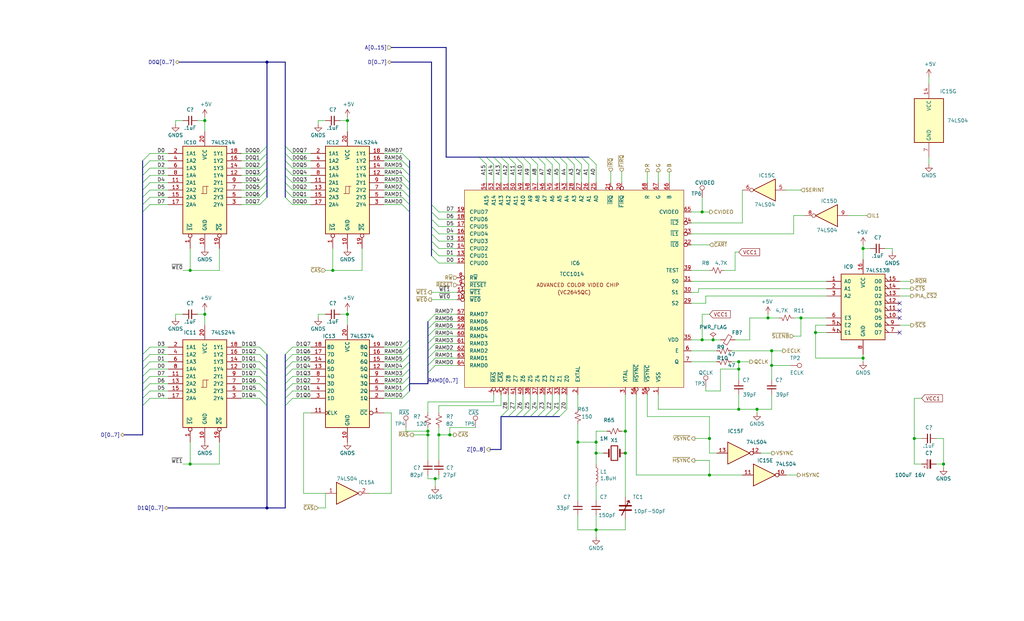
<source format=kicad_sch>
(kicad_sch (version 20230121) (generator eeschema)
  (paper "USLegal")
  (title_block (title "TRS-80 Color Computer 3 (26-3334)") (date "2023-11-04") (rev "1.0.2") (company "Tandy Corporation") (comment 2 "& Color Computer 3 Revised Schematic (Ty Sopko).pdf") (comment 3 "Based on  Color Computer 3 Service Manual (Tandy).pdf") (comment 4 "Kicad schematic capture by Rocky Hill"))
  (junction (at 327.66 161.29))
  (junction (at 283.21 115.57))
  (junction (at 66.04 93.98))
  (junction (at 266.7 110.49))
  (junction (at 243.84 118.11))
  (junction (at 71.12 109.22))
  (junction (at 115.57 93.98))
  (junction (at 246.38 152.4))
  (junction (at 217.17 157.48))
  (junction (at 207.01 184.15))
  (junction (at 243.84 73.66))
  (junction (at 92.71 21.59))
  (junction (at 207.01 157.48))
  (junction (at 246.38 165.1))
  (junction (at 262.89 142.24))
  (junction (at 267.97 121.92))
  (junction (at 120.65 41.91))
  (junction (at 71.12 41.91))
  (junction (at 148.59 149.86))
  (junction (at 207.01 153.67))
  (junction (at 156.21 151.13))
  (junction (at 151.13 166.37))
  (junction (at 256.54 125.73))
  (junction (at 152.4 151.13))
  (junction (at 299.72 124.46))
  (junction (at 200.66 153.67))
  (junction (at 217.17 149.86))
  (junction (at 256.54 128.27))
  (junction (at 92.71 176.53))
  (junction (at 317.5 152.4))
  (junction (at 148.59 151.13))
  (junction (at 299.72 86.36))
  (junction (at 247.65 118.11))
  (junction (at 66.04 161.29))
  (junction (at 267.97 127))
  (junction (at 256.54 142.24))
  (junction (at 120.65 109.22))
  (junction (at 278.13 110.49))
  (no_connect (at 312.42 107.95))
  (no_connect (at 312.42 105.41))
  (no_connect (at 312.42 110.49))
  (no_connect (at 312.42 115.57))
  (bus_entry (at 142.24 73.66) (size -2.54 -2.54))
  (bus_entry (at 101.6 120.65) (size -2.54 2.54))
  (bus_entry (at 151.13 109.22) (size -2.54 2.54))
  (bus_entry (at 199.39 57.15) (size -2.54 -2.54))
  (bus_entry (at 101.6 135.89) (size -2.54 2.54))
  (bus_entry (at 171.45 57.15) (size -2.54 -2.54))
  (bus_entry (at 52.07 58.42) (size -2.54 2.54))
  (bus_entry (at 151.13 116.84) (size -2.54 2.54))
  (bus_entry (at 152.4 78.74) (size -2.54 -2.54))
  (bus_entry (at 90.17 128.27) (size 2.54 2.54))
  (bus_entry (at 207.01 57.15) (size -2.54 -2.54))
  (bus_entry (at 204.47 57.15) (size -2.54 -2.54))
  (bus_entry (at 99.06 58.42) (size 2.54 2.54))
  (bus_entry (at 151.13 127) (size -2.54 2.54))
  (bus_entry (at 99.06 50.8) (size 2.54 2.54))
  (bus_entry (at 99.06 60.96) (size 2.54 2.54))
  (bus_entry (at 142.24 71.12) (size -2.54 -2.54))
  (bus_entry (at 152.4 81.28) (size -2.54 -2.54))
  (bus_entry (at 142.24 60.96) (size -2.54 -2.54))
  (bus_entry (at 142.24 63.5) (size -2.54 -2.54))
  (bus_entry (at 92.71 58.42) (size -2.54 2.54))
  (bus_entry (at 142.24 125.73) (size -2.54 2.54))
  (bus_entry (at 194.31 57.15) (size -2.54 -2.54))
  (bus_entry (at 194.31 142.24) (size -2.54 2.54))
  (bus_entry (at 142.24 58.42) (size -2.54 -2.54))
  (bus_entry (at 52.07 53.34) (size -2.54 2.54))
  (bus_entry (at 152.4 88.9) (size -2.54 -2.54))
  (bus_entry (at 173.99 57.15) (size -2.54 -2.54))
  (bus_entry (at 168.91 57.15) (size -2.54 -2.54))
  (bus_entry (at 142.24 120.65) (size -2.54 2.54))
  (bus_entry (at 52.07 138.43) (size -2.54 2.54))
  (bus_entry (at 101.6 123.19) (size -2.54 2.54))
  (bus_entry (at 191.77 57.15) (size -2.54 -2.54))
  (bus_entry (at 191.77 142.24) (size -2.54 2.54))
  (bus_entry (at 101.6 138.43) (size -2.54 2.54))
  (bus_entry (at 90.17 125.73) (size 2.54 2.54))
  (bus_entry (at 152.4 73.66) (size -2.54 -2.54))
  (bus_entry (at 201.93 57.15) (size -2.54 -2.54))
  (bus_entry (at 90.17 135.89) (size 2.54 2.54))
  (bus_entry (at 90.17 130.81) (size 2.54 2.54))
  (bus_entry (at 142.24 128.27) (size -2.54 2.54))
  (bus_entry (at 101.6 133.35) (size -2.54 2.54))
  (bus_entry (at 142.24 118.11) (size -2.54 2.54))
  (bus_entry (at 52.07 68.58) (size -2.54 2.54))
  (bus_entry (at 90.17 123.19) (size 2.54 2.54))
  (bus_entry (at 151.13 119.38) (size -2.54 2.54))
  (bus_entry (at 184.15 142.24) (size -2.54 2.54))
  (bus_entry (at 152.4 91.44) (size -2.54 -2.54))
  (bus_entry (at 152.4 83.82) (size -2.54 -2.54))
  (bus_entry (at 52.07 71.12) (size -2.54 2.54))
  (bus_entry (at 179.07 57.15) (size -2.54 -2.54))
  (bus_entry (at 92.71 60.96) (size -2.54 2.54))
  (bus_entry (at 101.6 130.81) (size -2.54 2.54))
  (bus_entry (at 92.71 50.8) (size -2.54 2.54))
  (bus_entry (at 99.06 53.34) (size 2.54 2.54))
  (bus_entry (at 92.71 53.34) (size -2.54 2.54))
  (bus_entry (at 184.15 57.15) (size -2.54 -2.54))
  (bus_entry (at 52.07 55.88) (size -2.54 2.54))
  (bus_entry (at 142.24 55.88) (size -2.54 -2.54))
  (bus_entry (at 142.24 133.35) (size -2.54 2.54))
  (bus_entry (at 142.24 66.04) (size -2.54 -2.54))
  (bus_entry (at 152.4 86.36) (size -2.54 -2.54))
  (bus_entry (at 179.07 142.24) (size -2.54 2.54))
  (bus_entry (at 181.61 57.15) (size -2.54 -2.54))
  (bus_entry (at 151.13 121.92) (size -2.54 2.54))
  (bus_entry (at 52.07 135.89) (size -2.54 2.54))
  (bus_entry (at 92.71 63.5) (size -2.54 2.54))
  (bus_entry (at 52.07 120.65) (size -2.54 2.54))
  (bus_entry (at 151.13 114.3) (size -2.54 2.54))
  (bus_entry (at 99.06 66.04) (size 2.54 2.54))
  (bus_entry (at 101.6 125.73) (size -2.54 2.54))
  (bus_entry (at 176.53 57.15) (size -2.54 -2.54))
  (bus_entry (at 142.24 123.19) (size -2.54 2.54))
  (bus_entry (at 189.23 142.24) (size -2.54 2.54))
  (bus_entry (at 142.24 135.89) (size -2.54 2.54))
  (bus_entry (at 52.07 130.81) (size -2.54 2.54))
  (bus_entry (at 92.71 55.88) (size -2.54 2.54))
  (bus_entry (at 142.24 130.81) (size -2.54 2.54))
  (bus_entry (at 152.4 76.2) (size -2.54 -2.54))
  (bus_entry (at 181.61 142.24) (size -2.54 2.54))
  (bus_entry (at 90.17 138.43) (size 2.54 2.54))
  (bus_entry (at 151.13 124.46) (size -2.54 2.54))
  (bus_entry (at 90.17 133.35) (size 2.54 2.54))
  (bus_entry (at 90.17 120.65) (size 2.54 2.54))
  (bus_entry (at 92.71 66.04) (size -2.54 2.54))
  (bus_entry (at 196.85 57.15) (size -2.54 -2.54))
  (bus_entry (at 99.06 63.5) (size 2.54 2.54))
  (bus_entry (at 101.6 128.27) (size -2.54 2.54))
  (bus_entry (at 52.07 63.5) (size -2.54 2.54))
  (bus_entry (at 142.24 68.58) (size -2.54 -2.54))
  (bus_entry (at 92.71 68.58) (size -2.54 2.54))
  (bus_entry (at 52.07 60.96) (size -2.54 2.54))
  (bus_entry (at 52.07 123.19) (size -2.54 2.54))
  (bus_entry (at 99.06 55.88) (size 2.54 2.54))
  (bus_entry (at 186.69 57.15) (size -2.54 -2.54))
  (bus_entry (at 52.07 66.04) (size -2.54 2.54))
  (bus_entry (at 189.23 57.15) (size -2.54 -2.54))
  (bus_entry (at 151.13 111.76) (size -2.54 2.54))
  (bus_entry (at 99.06 68.58) (size 2.54 2.54))
  (bus_entry (at 52.07 133.35) (size -2.54 2.54))
  (bus_entry (at 176.53 142.24) (size -2.54 2.54))
  (bus_entry (at 186.69 142.24) (size -2.54 2.54))
  (bus_entry (at 196.85 142.24) (size -2.54 2.54))
  (bus_entry (at 52.07 125.73) (size -2.54 2.54))
  (bus_entry (at 52.07 128.27) (size -2.54 2.54))
  (wire (pts (xy 90.17 125.73) (xy 83.82 125.73)))
  (bus (pts (xy 49.53 60.96) (xy 49.53 63.5)))
  (bus (pts (xy 149.86 76.2) (xy 149.86 78.74)))
  (wire (pts (xy 240.03 101.6) (xy 242.57 101.6)))
  (wire (pts (xy 270.51 110.49) (xy 266.7 110.49)))
  (bus (pts (xy 142.24 123.19) (xy 142.24 125.73)))
  (wire (pts (xy 139.7 133.35) (xy 133.35 133.35)))
  (wire (pts (xy 224.79 59.69) (xy 224.79 63.5)))
  (wire (pts (xy 101.6 58.42) (xy 107.95 58.42)))
  (wire (pts (xy 275.59 74.93) (xy 275.59 81.28)))
  (bus (pts (xy 99.06 55.88) (xy 99.06 58.42)))
  (wire (pts (xy 320.04 138.43) (xy 317.5 138.43)))
  (bus (pts (xy 142.24 125.73) (xy 142.24 128.27)))
  (wire (pts (xy 148.59 166.37) (xy 151.13 166.37)))
  (wire (pts (xy 148.59 151.13) (xy 148.59 160.02)))
  (bus (pts (xy 49.53 138.43) (xy 49.53 140.97)))
  (wire (pts (xy 101.6 55.88) (xy 107.95 55.88)))
  (wire (pts (xy 58.42 128.27) (xy 52.07 128.27)))
  (wire (pts (xy 245.11 102.87) (xy 287.02 102.87)))
  (wire (pts (xy 139.7 138.43) (xy 133.35 138.43)))
  (wire (pts (xy 151.13 114.3) (xy 158.75 114.3)))
  (bus (pts (xy 176.53 144.78) (xy 179.07 144.78)))
  (bus (pts (xy 99.06 66.04) (xy 99.06 68.58)))
  (wire (pts (xy 158.75 88.9) (xy 152.4 88.9)))
  (wire (pts (xy 139.7 63.5) (xy 133.35 63.5)))
  (bus (pts (xy 148.59 116.84) (xy 148.59 119.38)))
  (wire (pts (xy 194.31 142.24) (xy 194.31 137.16)))
  (wire (pts (xy 139.7 55.88) (xy 133.35 55.88)))
  (wire (pts (xy 199.39 57.15) (xy 199.39 63.5)))
  (bus (pts (xy 99.06 128.27) (xy 99.06 130.81)))
  (wire (pts (xy 101.6 135.89) (xy 107.95 135.89)))
  (wire (pts (xy 52.07 135.89) (xy 58.42 135.89)))
  (wire (pts (xy 243.84 118.11) (xy 240.03 118.11)))
  (bus (pts (xy 142.24 63.5) (xy 142.24 66.04)))
  (wire (pts (xy 224.79 137.16) (xy 224.79 144.78)))
  (wire (pts (xy 139.7 60.96) (xy 133.35 60.96)))
  (wire (pts (xy 101.6 71.12) (xy 107.95 71.12)))
  (wire (pts (xy 120.65 40.64) (xy 120.65 41.91)))
  (bus (pts (xy 171.45 54.61) (xy 173.99 54.61)))
  (wire (pts (xy 200.66 153.67) (xy 200.66 173.99)))
  (bus (pts (xy 49.53 151.13) (xy 43.18 151.13)))
  (wire (pts (xy 71.12 107.95) (xy 71.12 109.22)))
  (bus (pts (xy 92.71 63.5) (xy 92.71 66.04)))
  (bus (pts (xy 92.71 60.96) (xy 92.71 63.5)))
  (wire (pts (xy 240.03 121.92) (xy 248.92 121.92)))
  (wire (pts (xy 52.07 130.81) (xy 58.42 130.81)))
  (wire (pts (xy 176.53 137.16) (xy 176.53 142.24)))
  (wire (pts (xy 246.38 93.98) (xy 240.03 93.98)))
  (wire (pts (xy 316.23 113.03) (xy 312.42 113.03)))
  (wire (pts (xy 267.97 142.24) (xy 262.89 142.24)))
  (bus (pts (xy 179.07 54.61) (xy 181.61 54.61)))
  (wire (pts (xy 279.4 74.93) (xy 275.59 74.93)))
  (wire (pts (xy 152.4 140.97) (xy 152.4 143.51)))
  (bus (pts (xy 148.59 114.3) (xy 148.59 116.84)))
  (wire (pts (xy 101.6 63.5) (xy 107.95 63.5)))
  (wire (pts (xy 140.97 148.59) (xy 140.97 149.86)))
  (wire (pts (xy 207.01 179.07) (xy 207.01 184.15)))
  (wire (pts (xy 148.59 149.86) (xy 148.59 151.13)))
  (wire (pts (xy 151.13 121.92) (xy 158.75 121.92)))
  (wire (pts (xy 260.35 125.73) (xy 256.54 125.73)))
  (bus (pts (xy 49.53 128.27) (xy 49.53 130.81)))
  (wire (pts (xy 66.04 161.29) (xy 76.2 161.29)))
  (wire (pts (xy 101.6 53.34) (xy 107.95 53.34)))
  (wire (pts (xy 189.23 142.24) (xy 189.23 137.16)))
  (bus (pts (xy 99.06 133.35) (xy 99.06 135.89)))
  (wire (pts (xy 152.4 165.1) (xy 152.4 166.37)))
  (bus (pts (xy 92.71 128.27) (xy 92.71 130.81)))
  (wire (pts (xy 207.01 63.5) (xy 207.01 57.15)))
  (wire (pts (xy 196.85 63.5) (xy 196.85 57.15)))
  (wire (pts (xy 246.38 160.02) (xy 246.38 165.1)))
  (wire (pts (xy 110.49 109.22) (xy 110.49 110.49)))
  (wire (pts (xy 90.17 130.81) (xy 83.82 130.81)))
  (wire (pts (xy 66.04 86.36) (xy 66.04 93.98)))
  (wire (pts (xy 181.61 137.16) (xy 181.61 142.24)))
  (wire (pts (xy 66.04 93.98) (xy 76.2 93.98)))
  (wire (pts (xy 76.2 93.98) (xy 76.2 86.36)))
  (wire (pts (xy 66.04 153.67) (xy 66.04 161.29)))
  (wire (pts (xy 260.35 110.49) (xy 260.35 118.11)))
  (bus (pts (xy 49.53 130.81) (xy 49.53 133.35)))
  (bus (pts (xy 173.99 144.78) (xy 173.99 156.21)))
  (wire (pts (xy 120.65 113.03) (xy 120.65 109.22)))
  (wire (pts (xy 256.54 137.16) (xy 256.54 142.24)))
  (wire (pts (xy 120.65 109.22) (xy 118.11 109.22)))
  (bus (pts (xy 179.07 144.78) (xy 181.61 144.78)))
  (bus (pts (xy 166.37 54.61) (xy 168.91 54.61)))
  (wire (pts (xy 287.02 97.79) (xy 240.03 97.79)))
  (wire (pts (xy 76.2 161.29) (xy 76.2 153.67)))
  (bus (pts (xy 142.24 128.27) (xy 142.24 130.81)))
  (wire (pts (xy 101.6 68.58) (xy 107.95 68.58)))
  (bus (pts (xy 92.71 53.34) (xy 92.71 55.88)))
  (wire (pts (xy 217.17 157.48) (xy 217.17 172.72)))
  (wire (pts (xy 143.51 151.13) (xy 148.59 151.13)))
  (wire (pts (xy 275.59 81.28) (xy 240.03 81.28)))
  (wire (pts (xy 90.17 128.27) (xy 83.82 128.27)))
  (wire (pts (xy 139.7 58.42) (xy 133.35 58.42)))
  (bus (pts (xy 196.85 54.61) (xy 199.39 54.61)))
  (wire (pts (xy 241.3 152.4) (xy 246.38 152.4)))
  (wire (pts (xy 294.64 74.93) (xy 300.99 74.93)))
  (wire (pts (xy 299.72 85.09) (xy 299.72 86.36)))
  (wire (pts (xy 173.99 57.15) (xy 173.99 63.5)))
  (wire (pts (xy 101.6 128.27) (xy 107.95 128.27)))
  (bus (pts (xy 191.77 54.61) (xy 194.31 54.61)))
  (bus (pts (xy 189.23 54.61) (xy 191.77 54.61)))
  (bus (pts (xy 92.71 123.19) (xy 92.71 125.73)))
  (wire (pts (xy 287.02 110.49) (xy 278.13 110.49)))
  (bus (pts (xy 173.99 156.21) (xy 170.18 156.21)))
  (wire (pts (xy 168.91 57.15) (xy 168.91 63.5)))
  (wire (pts (xy 151.13 166.37) (xy 151.13 168.91)))
  (bus (pts (xy 186.69 144.78) (xy 189.23 144.78)))
  (wire (pts (xy 156.21 148.59) (xy 156.21 151.13)))
  (wire (pts (xy 207.01 157.48) (xy 209.55 157.48)))
  (wire (pts (xy 63.5 93.98) (xy 66.04 93.98)))
  (wire (pts (xy 113.03 93.98) (xy 115.57 93.98)))
  (wire (pts (xy 299.72 86.36) (xy 302.26 86.36)))
  (wire (pts (xy 173.99 140.97) (xy 152.4 140.97)))
  (bus (pts (xy 99.06 63.5) (xy 99.06 66.04)))
  (bus (pts (xy 148.59 121.92) (xy 148.59 124.46)))
  (bus (pts (xy 99.06 130.81) (xy 99.06 133.35)))
  (wire (pts (xy 327.66 152.4) (xy 327.66 161.29)))
  (wire (pts (xy 210.82 149.86) (xy 207.01 149.86)))
  (wire (pts (xy 278.13 66.04) (xy 273.05 66.04)))
  (wire (pts (xy 299.72 123.19) (xy 299.72 124.46)))
  (wire (pts (xy 184.15 142.24) (xy 184.15 137.16)))
  (wire (pts (xy 325.12 152.4) (xy 327.66 152.4)))
  (wire (pts (xy 283.21 113.03) (xy 283.21 115.57)))
  (wire (pts (xy 287.02 113.03) (xy 283.21 113.03)))
  (wire (pts (xy 90.17 123.19) (xy 83.82 123.19)))
  (bus (pts (xy 148.59 129.54) (xy 148.59 133.35)))
  (wire (pts (xy 243.84 73.66) (xy 246.38 73.66)))
  (wire (pts (xy 149.86 101.6) (xy 158.75 101.6)))
  (wire (pts (xy 58.42 60.96) (xy 52.07 60.96)))
  (wire (pts (xy 151.13 111.76) (xy 158.75 111.76)))
  (bus (pts (xy 92.71 176.53) (xy 58.42 176.53)))
  (wire (pts (xy 63.5 41.91) (xy 60.96 41.91)))
  (wire (pts (xy 254 125.73) (xy 256.54 125.73)))
  (wire (pts (xy 243.84 109.22) (xy 243.84 118.11)))
  (bus (pts (xy 154.94 54.61) (xy 166.37 54.61)))
  (wire (pts (xy 101.6 123.19) (xy 107.95 123.19)))
  (bus (pts (xy 181.61 144.78) (xy 184.15 144.78)))
  (wire (pts (xy 90.17 53.34) (xy 83.82 53.34)))
  (wire (pts (xy 179.07 142.24) (xy 179.07 137.16)))
  (wire (pts (xy 267.97 121.92) (xy 267.97 127)))
  (wire (pts (xy 60.96 41.91) (xy 60.96 43.18)))
  (wire (pts (xy 242.57 101.6) (xy 242.57 100.33)))
  (wire (pts (xy 139.7 68.58) (xy 133.35 68.58)))
  (wire (pts (xy 246.38 165.1) (xy 257.81 165.1)))
  (wire (pts (xy 262.89 142.24) (xy 262.89 143.51)))
  (bus (pts (xy 199.39 54.61) (xy 201.93 54.61)))
  (wire (pts (xy 267.97 137.16) (xy 267.97 142.24)))
  (wire (pts (xy 71.12 41.91) (xy 68.58 41.91)))
  (wire (pts (xy 151.13 124.46) (xy 158.75 124.46)))
  (bus (pts (xy 194.31 54.61) (xy 196.85 54.61)))
  (wire (pts (xy 228.6 137.16) (xy 228.6 142.24)))
  (wire (pts (xy 246.38 157.48) (xy 248.92 157.48)))
  (wire (pts (xy 115.57 93.98) (xy 125.73 93.98)))
  (bus (pts (xy 148.59 133.35) (xy 142.24 133.35)))
  (wire (pts (xy 245.11 135.89) (xy 250.19 135.89)))
  (bus (pts (xy 99.06 21.59) (xy 92.71 21.59)))
  (wire (pts (xy 283.21 124.46) (xy 299.72 124.46)))
  (wire (pts (xy 245.11 134.62) (xy 245.11 135.89)))
  (wire (pts (xy 207.01 168.91) (xy 207.01 173.99)))
  (wire (pts (xy 247.65 118.11) (xy 243.84 118.11)))
  (bus (pts (xy 49.53 71.12) (xy 49.53 73.66)))
  (wire (pts (xy 240.03 77.47) (xy 257.81 77.47)))
  (wire (pts (xy 135.89 143.51) (xy 135.89 171.45)))
  (wire (pts (xy 220.98 165.1) (xy 246.38 165.1)))
  (wire (pts (xy 133.35 143.51) (xy 135.89 143.51)))
  (wire (pts (xy 171.45 63.5) (xy 171.45 57.15)))
  (wire (pts (xy 152.4 151.13) (xy 152.4 160.02)))
  (wire (pts (xy 245.11 105.41) (xy 245.11 102.87)))
  (wire (pts (xy 173.99 137.16) (xy 173.99 140.97)))
  (bus (pts (xy 49.53 55.88) (xy 49.53 58.42)))
  (wire (pts (xy 101.6 125.73) (xy 107.95 125.73)))
  (wire (pts (xy 171.45 139.7) (xy 148.59 139.7)))
  (wire (pts (xy 275.59 116.84) (xy 278.13 116.84)))
  (bus (pts (xy 99.06 50.8) (xy 99.06 53.34)))
  (wire (pts (xy 243.84 68.58) (xy 243.84 73.66)))
  (wire (pts (xy 278.13 110.49) (xy 275.59 110.49)))
  (bus (pts (xy 135.89 16.51) (xy 154.94 16.51)))
  (bus (pts (xy 149.86 78.74) (xy 149.86 81.28)))
  (wire (pts (xy 242.57 100.33) (xy 287.02 100.33)))
  (wire (pts (xy 256.54 128.27) (xy 256.54 132.08)))
  (wire (pts (xy 325.12 161.29) (xy 327.66 161.29)))
  (wire (pts (xy 105.41 143.51) (xy 105.41 171.45)))
  (wire (pts (xy 105.41 171.45) (xy 113.03 171.45)))
  (bus (pts (xy 142.24 58.42) (xy 142.24 60.96)))
  (wire (pts (xy 113.03 41.91) (xy 110.49 41.91)))
  (wire (pts (xy 217.17 184.15) (xy 207.01 184.15)))
  (bus (pts (xy 142.24 133.35) (xy 142.24 135.89)))
  (wire (pts (xy 151.13 119.38) (xy 158.75 119.38)))
  (wire (pts (xy 125.73 86.36) (xy 125.73 93.98)))
  (wire (pts (xy 246.38 152.4) (xy 246.38 157.48)))
  (wire (pts (xy 120.65 107.95) (xy 120.65 109.22)))
  (wire (pts (xy 52.07 63.5) (xy 58.42 63.5)))
  (wire (pts (xy 191.77 137.16) (xy 191.77 142.24)))
  (wire (pts (xy 58.42 123.19) (xy 52.07 123.19)))
  (wire (pts (xy 139.7 130.81) (xy 133.35 130.81)))
  (bus (pts (xy 99.06 140.97) (xy 99.06 176.53)))
  (wire (pts (xy 101.6 133.35) (xy 107.95 133.35)))
  (wire (pts (xy 107.95 143.51) (xy 105.41 143.51)))
  (wire (pts (xy 101.6 130.81) (xy 107.95 130.81)))
  (wire (pts (xy 307.34 86.36) (xy 309.88 86.36)))
  (wire (pts (xy 256.54 142.24) (xy 262.89 142.24)))
  (wire (pts (xy 240.03 105.41) (xy 245.11 105.41)))
  (bus (pts (xy 142.24 68.58) (xy 142.24 71.12)))
  (wire (pts (xy 52.07 58.42) (xy 58.42 58.42)))
  (bus (pts (xy 92.71 21.59) (xy 92.71 50.8)))
  (wire (pts (xy 152.4 81.28) (xy 158.75 81.28)))
  (wire (pts (xy 63.5 161.29) (xy 66.04 161.29)))
  (bus (pts (xy 149.86 81.28) (xy 149.86 83.82)))
  (wire (pts (xy 327.66 161.29) (xy 327.66 162.56)))
  (wire (pts (xy 215.9 59.69) (xy 215.9 63.5)))
  (wire (pts (xy 309.88 86.36) (xy 309.88 87.63)))
  (wire (pts (xy 179.07 57.15) (xy 179.07 63.5)))
  (wire (pts (xy 139.7 128.27) (xy 133.35 128.27)))
  (bus (pts (xy 154.94 16.51) (xy 154.94 54.61)))
  (bus (pts (xy 92.71 66.04) (xy 92.71 68.58)))
  (wire (pts (xy 316.23 97.79) (xy 312.42 97.79)))
  (wire (pts (xy 71.12 109.22) (xy 68.58 109.22)))
  (bus (pts (xy 142.24 118.11) (xy 142.24 120.65)))
  (wire (pts (xy 156.21 151.13) (xy 152.4 151.13)))
  (wire (pts (xy 278.13 116.84) (xy 278.13 110.49)))
  (bus (pts (xy 92.71 50.8) (xy 92.71 53.34)))
  (wire (pts (xy 255.27 87.63) (xy 256.54 87.63)))
  (wire (pts (xy 299.72 90.17) (xy 299.72 86.36)))
  (wire (pts (xy 135.89 171.45) (xy 128.27 171.45)))
  (bus (pts (xy 148.59 119.38) (xy 148.59 121.92)))
  (wire (pts (xy 264.16 157.48) (xy 267.97 157.48)))
  (wire (pts (xy 90.17 55.88) (xy 83.82 55.88)))
  (bus (pts (xy 148.59 127) (xy 148.59 129.54)))
  (bus (pts (xy 142.24 120.65) (xy 142.24 123.19)))
  (wire (pts (xy 90.17 71.12) (xy 83.82 71.12)))
  (wire (pts (xy 165.1 148.59) (xy 156.21 148.59)))
  (wire (pts (xy 250.19 128.27) (xy 256.54 128.27)))
  (wire (pts (xy 52.07 68.58) (xy 58.42 68.58)))
  (wire (pts (xy 71.12 45.72) (xy 71.12 41.91)))
  (wire (pts (xy 246.38 144.78) (xy 246.38 152.4)))
  (wire (pts (xy 212.09 59.69) (xy 212.09 63.5)))
  (wire (pts (xy 224.79 144.78) (xy 246.38 144.78)))
  (wire (pts (xy 139.7 71.12) (xy 133.35 71.12)))
  (wire (pts (xy 250.19 135.89) (xy 250.19 128.27)))
  (wire (pts (xy 317.5 138.43) (xy 317.5 152.4)))
  (bus (pts (xy 49.53 123.19) (xy 49.53 125.73)))
  (wire (pts (xy 207.01 153.67) (xy 207.01 157.48)))
  (wire (pts (xy 90.17 68.58) (xy 83.82 68.58)))
  (wire (pts (xy 266.7 110.49) (xy 266.7 109.22)))
  (bus (pts (xy 173.99 144.78) (xy 176.53 144.78)))
  (wire (pts (xy 217.17 180.34) (xy 217.17 184.15)))
  (wire (pts (xy 240.03 73.66) (xy 243.84 73.66)))
  (wire (pts (xy 196.85 137.16) (xy 196.85 142.24)))
  (wire (pts (xy 322.58 54.61) (xy 322.58 57.15)))
  (wire (pts (xy 71.12 113.03) (xy 71.12 109.22)))
  (wire (pts (xy 63.5 109.22) (xy 60.96 109.22)))
  (bus (pts (xy 149.86 86.36) (xy 149.86 88.9)))
  (wire (pts (xy 251.46 93.98) (xy 255.27 93.98)))
  (bus (pts (xy 149.86 21.59) (xy 149.86 71.12)))
  (bus (pts (xy 92.71 133.35) (xy 92.71 135.89)))
  (wire (pts (xy 287.02 115.57) (xy 283.21 115.57)))
  (bus (pts (xy 49.53 125.73) (xy 49.53 128.27)))
  (bus (pts (xy 92.71 55.88) (xy 92.71 58.42)))
  (wire (pts (xy 271.78 121.92) (xy 267.97 121.92)))
  (wire (pts (xy 110.49 41.91) (xy 110.49 43.18)))
  (bus (pts (xy 149.86 71.12) (xy 149.86 73.66)))
  (bus (pts (xy 49.53 58.42) (xy 49.53 60.96)))
  (wire (pts (xy 151.13 127) (xy 158.75 127)))
  (wire (pts (xy 228.6 142.24) (xy 256.54 142.24)))
  (wire (pts (xy 71.12 40.64) (xy 71.12 41.91)))
  (wire (pts (xy 276.86 165.1) (xy 273.05 165.1)))
  (wire (pts (xy 181.61 63.5) (xy 181.61 57.15)))
  (bus (pts (xy 99.06 125.73) (xy 99.06 128.27)))
  (wire (pts (xy 232.41 59.69) (xy 232.41 63.5)))
  (wire (pts (xy 171.45 137.16) (xy 171.45 139.7)))
  (wire (pts (xy 152.4 148.59) (xy 152.4 151.13)))
  (bus (pts (xy 142.24 60.96) (xy 142.24 63.5)))
  (wire (pts (xy 139.7 53.34) (xy 133.35 53.34)))
  (wire (pts (xy 322.58 26.67) (xy 322.58 29.21)))
  (wire (pts (xy 139.7 123.19) (xy 133.35 123.19)))
  (bus (pts (xy 184.15 54.61) (xy 186.69 54.61)))
  (wire (pts (xy 90.17 133.35) (xy 83.82 133.35)))
  (wire (pts (xy 240.03 125.73) (xy 248.92 125.73)))
  (wire (pts (xy 139.7 120.65) (xy 133.35 120.65)))
  (wire (pts (xy 254 121.92) (xy 267.97 121.92)))
  (bus (pts (xy 49.53 63.5) (xy 49.53 66.04)))
  (wire (pts (xy 200.66 153.67) (xy 207.01 153.67)))
  (wire (pts (xy 191.77 63.5) (xy 191.77 57.15)))
  (wire (pts (xy 113.03 109.22) (xy 110.49 109.22)))
  (wire (pts (xy 158.75 73.66) (xy 152.4 73.66)))
  (wire (pts (xy 186.69 63.5) (xy 186.69 57.15)))
  (wire (pts (xy 90.17 58.42) (xy 83.82 58.42)))
  (wire (pts (xy 189.23 57.15) (xy 189.23 63.5)))
  (wire (pts (xy 139.7 125.73) (xy 133.35 125.73)))
  (wire (pts (xy 200.66 142.24) (xy 200.66 137.16)))
  (bus (pts (xy 142.24 130.81) (xy 142.24 133.35)))
  (wire (pts (xy 139.7 135.89) (xy 133.35 135.89)))
  (bus (pts (xy 149.86 83.82) (xy 149.86 86.36)))
  (bus (pts (xy 148.59 124.46) (xy 148.59 127)))
  (wire (pts (xy 90.17 135.89) (xy 83.82 135.89)))
  (bus (pts (xy 99.06 58.42) (xy 99.06 60.96)))
  (wire (pts (xy 220.98 137.16) (xy 220.98 165.1)))
  (wire (pts (xy 90.17 120.65) (xy 83.82 120.65)))
  (bus (pts (xy 149.86 73.66) (xy 149.86 76.2)))
  (wire (pts (xy 256.54 125.73) (xy 256.54 128.27)))
  (wire (pts (xy 148.59 139.7) (xy 148.59 143.51)))
  (wire (pts (xy 148.59 148.59) (xy 148.59 149.86)))
  (wire (pts (xy 113.03 176.53) (xy 113.03 171.45)))
  (wire (pts (xy 140.97 149.86) (xy 148.59 149.86)))
  (wire (pts (xy 316.23 100.33) (xy 312.42 100.33)))
  (wire (pts (xy 60.96 109.22) (xy 60.96 110.49)))
  (wire (pts (xy 90.17 66.04) (xy 83.82 66.04)))
  (wire (pts (xy 52.07 125.73) (xy 58.42 125.73)))
  (bus (pts (xy 189.23 144.78) (xy 191.77 144.78)))
  (bus (pts (xy 92.71 21.59) (xy 62.23 21.59)))
  (wire (pts (xy 152.4 86.36) (xy 158.75 86.36)))
  (wire (pts (xy 184.15 57.15) (xy 184.15 63.5)))
  (wire (pts (xy 176.53 63.5) (xy 176.53 57.15)))
  (wire (pts (xy 241.3 160.02) (xy 246.38 160.02)))
  (wire (pts (xy 158.75 78.74) (xy 152.4 78.74)))
  (wire (pts (xy 299.72 124.46) (xy 299.72 125.73)))
  (bus (pts (xy 49.53 135.89) (xy 49.53 138.43)))
  (wire (pts (xy 151.13 109.22) (xy 158.75 109.22)))
  (wire (pts (xy 283.21 115.57) (xy 283.21 124.46)))
  (wire (pts (xy 101.6 66.04) (xy 107.95 66.04)))
  (wire (pts (xy 260.35 118.11) (xy 255.27 118.11)))
  (wire (pts (xy 317.5 161.29) (xy 317.5 152.4)))
  (wire (pts (xy 115.57 86.36) (xy 115.57 93.98)))
  (wire (pts (xy 158.75 83.82) (xy 152.4 83.82)))
  (wire (pts (xy 217.17 137.16) (xy 217.17 149.86)))
  (wire (pts (xy 207.01 184.15) (xy 207.01 186.69)))
  (wire (pts (xy 207.01 161.29) (xy 207.01 157.48)))
  (wire (pts (xy 90.17 138.43) (xy 83.82 138.43)))
  (wire (pts (xy 58.42 133.35) (xy 52.07 133.35)))
  (wire (pts (xy 52.07 120.65) (xy 58.42 120.65)))
  (wire (pts (xy 207.01 149.86) (xy 207.01 153.67)))
  (wire (pts (xy 217.17 149.86) (xy 215.9 149.86)))
  (wire (pts (xy 320.04 161.29) (xy 317.5 161.29)))
  (wire (pts (xy 267.97 127) (xy 267.97 132.08)))
  (bus (pts (xy 92.71 58.42) (xy 92.71 60.96)))
  (wire (pts (xy 200.66 147.32) (xy 200.66 153.67)))
  (wire (pts (xy 120.65 41.91) (xy 118.11 41.91)))
  (wire (pts (xy 149.86 104.14) (xy 158.75 104.14)))
  (wire (pts (xy 148.59 165.1) (xy 148.59 166.37)))
  (wire (pts (xy 246.38 109.22) (xy 243.84 109.22)))
  (wire (pts (xy 201.93 63.5) (xy 201.93 57.15)))
  (wire (pts (xy 90.17 63.5) (xy 83.82 63.5)))
  (wire (pts (xy 139.7 66.04) (xy 133.35 66.04)))
  (bus (pts (xy 49.53 133.35) (xy 49.53 135.89)))
  (bus (pts (xy 99.06 123.19) (xy 99.06 125.73)))
  (bus (pts (xy 92.71 125.73) (xy 92.71 128.27)))
  (wire (pts (xy 266.7 110.49) (xy 260.35 110.49)))
  (bus (pts (xy 184.15 144.78) (xy 186.69 144.78)))
  (bus (pts (xy 92.71 135.89) (xy 92.71 138.43)))
  (bus (pts (xy 92.71 130.81) (xy 92.71 133.35)))
  (bus (pts (xy 142.24 71.12) (xy 142.24 73.66)))
  (bus (pts (xy 92.71 138.43) (xy 92.71 140.97)))
  (bus (pts (xy 181.61 54.61) (xy 184.15 54.61)))
  (bus (pts (xy 92.71 140.97) (xy 92.71 176.53)))
  (wire (pts (xy 204.47 57.15) (xy 204.47 63.5)))
  (wire (pts (xy 152.4 76.2) (xy 158.75 76.2)))
  (wire (pts (xy 217.17 149.86) (xy 217.17 157.48)))
  (bus (pts (xy 173.99 54.61) (xy 176.53 54.61)))
  (wire (pts (xy 58.42 138.43) (xy 52.07 138.43)))
  (bus (pts (xy 186.69 54.61) (xy 189.23 54.61)))
  (wire (pts (xy 152.4 166.37) (xy 151.13 166.37)))
  (wire (pts (xy 228.6 63.5) (xy 228.6 59.69)))
  (wire (pts (xy 101.6 138.43) (xy 107.95 138.43)))
  (bus (pts (xy 99.06 176.53) (xy 92.71 176.53)))
  (wire (pts (xy 151.13 116.84) (xy 158.75 116.84)))
  (wire (pts (xy 52.07 53.34) (xy 58.42 53.34)))
  (wire (pts (xy 90.17 60.96) (xy 83.82 60.96)))
  (wire (pts (xy 257.81 66.04) (xy 257.81 77.47)))
  (wire (pts (xy 186.69 137.16) (xy 186.69 142.24)))
  (bus (pts (xy 49.53 68.58) (xy 49.53 71.12)))
  (bus (pts (xy 99.06 21.59) (xy 99.06 50.8)))
  (bus (pts (xy 99.06 53.34) (xy 99.06 55.88)))
  (bus (pts (xy 49.53 66.04) (xy 49.53 68.58)))
  (bus (pts (xy 99.06 135.89) (xy 99.06 138.43)))
  (wire (pts (xy 250.19 118.11) (xy 247.65 118.11)))
  (wire (pts (xy 110.49 176.53) (xy 113.03 176.53)))
  (bus (pts (xy 149.86 21.59) (xy 135.89 21.59)))
  (wire (pts (xy 101.6 60.96) (xy 107.95 60.96)))
  (wire (pts (xy 274.32 127) (xy 267.97 127)))
  (bus (pts (xy 201.93 54.61) (xy 204.47 54.61)))
  (wire (pts (xy 58.42 66.04) (xy 52.07 66.04)))
  (bus (pts (xy 142.24 73.66) (xy 142.24 118.11)))
  (wire (pts (xy 312.42 102.87) (xy 316.23 102.87)))
  (wire (pts (xy 157.48 151.13) (xy 156.21 151.13)))
  (wire (pts (xy 58.42 55.88) (xy 52.07 55.88)))
  (wire (pts (xy 194.31 57.15) (xy 194.31 63.5)))
  (bus (pts (xy 191.77 144.78) (xy 194.31 144.78)))
  (bus (pts (xy 176.53 54.61) (xy 179.07 54.61)))
  (bus (pts (xy 49.53 140.97) (xy 49.53 151.13)))
  (bus (pts (xy 168.91 54.61) (xy 171.45 54.61)))
  (bus (pts (xy 142.24 55.88) (xy 142.24 58.42)))
  (wire (pts (xy 200.66 184.15) (xy 207.01 184.15)))
  (bus (pts (xy 148.59 111.76) (xy 148.59 114.3)))
  (wire (pts (xy 320.04 152.4) (xy 317.5 152.4)))
  (wire (pts (xy 200.66 179.07) (xy 200.66 184.15)))
  (wire (pts (xy 101.6 120.65) (xy 107.95 120.65)))
  (wire (pts (xy 152.4 91.44) (xy 158.75 91.44)))
  (wire (pts (xy 255.27 87.63) (xy 255.27 93.98)))
  (bus (pts (xy 49.53 73.66) (xy 49.53 123.19)))
  (bus (pts (xy 99.06 138.43) (xy 99.06 140.97)))
  (wire (pts (xy 58.42 71.12) (xy 52.07 71.12)))
  (wire (pts (xy 240.03 85.09) (xy 246.38 85.09)))
  (bus (pts (xy 99.06 60.96) (xy 99.06 63.5)))
  (bus (pts (xy 142.24 66.04) (xy 142.24 68.58)))
  (wire (pts (xy 120.65 45.72) (xy 120.65 41.91)))
  (label "D1Q4" (at 83.82 138.43 0))
  (label "D2" (at 54.61 123.19 0))
  (label "RAMD0" (at 133.35 138.43 0))
  (label "Z1" (at 194.31 142.24 90))
  (label "D1Q5" (at 83.82 135.89 0))
  (label "~{WE1}" (at 152.4 101.6 0))
  (label "RAMD6" (at 133.35 55.88 0))
  (label "RAMD3" (at 157.48 119.38 180))
  (label "RAMD4" (at 133.35 60.96 0))
  (label "RAMD5" (at 133.35 58.42 0))
  (label "D1" (at 54.61 125.73 0))
  (label "~{WE0}" (at 152.4 104.14 0))
  (label "RAMD3" (at 133.35 130.81 0))
  (label "D7" (at 54.61 71.12 0))
  (label "D0Q3" (at 106.68 63.5 180))
  (label "A12" (at 176.53 60.96 90))
  (label "D0Q6" (at 106.68 55.88 180))
  (label "RAMD0" (at 157.48 127 180))
  (label "A6" (at 191.77 60.96 90))
  (label "D0Q0" (at 85.09 53.34 0))
  (label "Z2" (at 191.77 142.24 90))
  (label "D1Q1" (at 83.82 125.73 0))
  (label "Z6" (at 181.61 142.24 90))
  (label "RAMD6" (at 133.35 123.19 0))
  (label "Z7" (at 179.07 142.24 90))
  (label "RAMD2" (at 133.35 133.35 0))
  (label "A3" (at 199.39 60.96 90))
  (label "A1" (at 204.47 60.96 90))
  (label "D0Q5" (at 85.09 66.04 0))
  (label "RAMD3" (at 133.35 63.5 0))
  (label "D1Q4" (at 107.95 128.27 180))
  (label "RAMD0" (at 133.35 71.12 0))
  (label "A13" (at 173.99 60.96 90))
  (label "D0Q4" (at 106.68 60.96 180))
  (label "D3" (at 54.61 60.96 0))
  (label "~{WE0}" (at 63.5 93.98 180))
  (label "D4" (at 154.94 81.28 0))
  (label "D6" (at 54.61 133.35 0))
  (label "D0Q6" (at 85.09 68.58 0))
  (label "D1Q6" (at 83.82 133.35 0))
  (label "A14" (at 171.45 60.96 90))
  (label "A0" (at 207.01 60.96 90))
  (label "RAMD7" (at 133.35 53.34 0))
  (label "D0" (at 54.61 128.27 0))
  (label "D1Q2" (at 83.82 123.19 0))
  (label "D0Q7" (at 106.68 53.34 180))
  (label "D2" (at 54.61 58.42 0))
  (label "D7" (at 154.94 73.66 0))
  (label "D1" (at 154.94 88.9 0))
  (label "D1Q6" (at 107.95 123.19 180))
  (label "D7" (at 54.61 130.81 0))
  (label "D0Q7" (at 85.09 71.12 0))
  (label "A4" (at 196.85 60.96 90))
  (label "D0Q1" (at 85.09 55.88 0))
  (label "RAMD2" (at 133.35 66.04 0))
  (label "RAMD4" (at 133.35 128.27 0))
  (label "RAMD1" (at 133.35 68.58 0))
  (label "RAMD5" (at 133.35 125.73 0))
  (label "A7" (at 189.23 60.96 90))
  (label "D1Q7" (at 107.95 120.65 180))
  (label "D1Q0" (at 107.95 138.43 180))
  (label "D1Q5" (at 107.95 125.73 180))
  (label "Z4" (at 186.69 142.24 90))
  (label "D0Q5" (at 106.68 58.42 180))
  (label "D3" (at 54.61 120.65 0))
  (label "D2" (at 154.94 86.36 0))
  (label "RAMD4" (at 157.48 116.84 180))
  (label "D6" (at 54.61 68.58 0))
  (label "D0" (at 54.61 53.34 0))
  (label "RAMD[0..7]" (at 148.59 133.35 0))
  (label "D5" (at 54.61 66.04 0))
  (label "D1Q3" (at 83.82 120.65 0))
  (label "Z5" (at 184.15 142.24 90))
  (label "D1Q0" (at 83.82 128.27 0))
  (label "D0Q3" (at 85.09 60.96 0))
  (label "A8" (at 186.69 60.96 90))
  (label "RAMD5" (at 157.48 114.3 180))
  (label "RAMD6" (at 157.48 111.76 180))
  (label "RAMD1" (at 157.48 124.46 180))
  (label "D1Q3" (at 107.95 130.81 180))
  (label "D1" (at 54.61 55.88 0))
  (label "~{WE1}" (at 63.5 161.29 180))
  (label "Z0" (at 196.85 142.24 90))
  (label "D0Q2" (at 106.68 66.04 180))
  (label "D0Q4" (at 85.09 63.5 0))
  (label "A5" (at 194.31 60.96 90))
  (label "D5" (at 154.94 78.74 0))
  (label "D5" (at 54.61 135.89 0))
  (label "RAMD2" (at 157.48 121.92 180))
  (label "D6" (at 154.94 76.2 0))
  (label "RAMD7" (at 133.35 120.65 0))
  (label "RAMD7" (at 157.48 109.22 180))
  (label "A15" (at 168.91 60.96 90))
  (label "Z8" (at 176.53 142.24 90))
  (label "A11" (at 179.07 60.96 90))
  (label "A10" (at 181.61 60.96 90))
  (label "D4" (at 54.61 63.5 0))
  (label "A2" (at 201.93 60.96 90))
  (label "A9" (at 184.15 60.96 90))
  (label "D1Q2" (at 107.95 133.35 180))
  (label "Z3" (at 189.23 142.24 90))
  (label "RAMD1" (at 133.35 135.89 0))
  (label "D0Q2" (at 85.09 58.42 0))
  (label "D1Q7" (at 83.82 130.81 0))
  (label "D0" (at 154.94 91.44 0))
  (label "D1Q1" (at 107.95 135.89 180))
  (label "D0Q1" (at 106.68 68.58 180))
  (label "D3" (at 154.94 83.82 0))
  (label "D0Q0" (at 106.68 71.12 180))
  (label "D4" (at 54.61 138.43 0))
  (global_label "VCC1" (shape input) (at 256.54 87.63 0) (property "Intersheetrefs" "${INTERSHEET_REFS}" (effects hide)))
  (global_label "VCC1" (shape input) (at 246.38 109.22 0) (property "Intersheetrefs" "${INTERSHEET_REFS}" (effects hide)))
  (global_label "VCC1" (shape input) (at 320.04 138.43 0) (property "Intersheetrefs" "${INTERSHEET_REFS}" (effects hide)))
  (hierarchical_label "~{VSYNC}" (shape output) (at 241.3 152.4 180))
  (hierarchical_label "PIA_~{CS2}" (shape output) (at 316.23 102.87 0))
  (hierarchical_label "~{FIRQ}" (shape input) (at 215.9 59.69 90))
  (hierarchical_label "VSYNC" (shape output) (at 267.97 157.48 0))
  (hierarchical_label "R~{W}" (shape input) (at 158.75 96.52 180))
  (hierarchical_label "SERINT" (shape input) (at 278.13 66.04 0))
  (hierarchical_label "D[0..7]" (shape bidirectional) (at 135.89 21.59 180))
  (hierarchical_label "R" (shape output) (at 224.79 59.69 90))
  (hierarchical_label "IL1" (shape input) (at 300.99 74.93 0))
  (hierarchical_label "~{WE0}" (shape output) (at 149.86 104.14 180))
  (hierarchical_label "B" (shape output) (at 232.41 59.69 90))
  (hierarchical_label "HSYNC" (shape output) (at 276.86 165.1 0))
  (hierarchical_label "QCLK" (shape output) (at 260.35 125.73 0))
  (hierarchical_label "~{CART}" (shape input) (at 246.38 85.09 0))
  (hierarchical_label "~{CAS}" (shape input) (at 110.49 176.53 180))
  (hierarchical_label "~{RESET}" (shape input) (at 158.75 99.06 180))
  (hierarchical_label "Z[0..8]" (shape output) (at 170.18 156.21 180))
  (hierarchical_label "~{CAS}" (shape input) (at 113.03 93.98 180))
  (hierarchical_label "ECLK" (shape output) (at 271.78 121.92 0))
  (hierarchical_label "CVIDEO" (shape output) (at 246.38 73.66 0))
  (hierarchical_label "~{WE1}" (shape output) (at 149.86 101.6 180))
  (hierarchical_label "A[0..15]" (shape input) (at 135.89 16.51 180))
  (hierarchical_label "~{CAS}" (shape output) (at 157.48 151.13 0))
  (hierarchical_label "D0Q[0..7]" (shape bidirectional) (at 62.23 21.59 180))
  (hierarchical_label "~{ROM}" (shape output) (at 316.23 97.79 0))
  (hierarchical_label "~{RAS}" (shape output) (at 143.51 151.13 180))
  (hierarchical_label "~{HSYNC}" (shape output) (at 241.3 160.02 180))
  (hierarchical_label "~{IRQ}" (shape input) (at 212.09 59.69 90))
  (hierarchical_label "~{SLENB}" (shape input) (at 275.59 116.84 180))
  (hierarchical_label "~{CTS}" (shape output) (at 316.23 100.33 0))
  (hierarchical_label "G" (shape output) (at 228.6 59.69 90))
  (hierarchical_label "~{SCS}" (shape output) (at 316.23 113.03 0))
  (hierarchical_label "D1Q[0..7]" (shape bidirectional) (at 58.42 176.53 180))
  (hierarchical_label "D[0..7]" (shape bidirectional) (at 43.18 151.13 180))
  (symbol (lib_id "74xx:74LS138") (at 299.72 105.41 0) (unit 1)
    (property "Reference" "IC9" (at 294.64 92.71 0))
    (property "Value" "74LS138" (at 304.8 93.98 0))
    (property "Footprint" "Package_DIP:DIP-16_W7.62mm_Socket" (effects hide))
    (property "Datasheet" "http://www.ti.com/lit/gpn/sn74LS138" (effects hide))
    (property "Vendor" "digikey" (effects hide))
    (property "Vendor part#" "296-1639-5-ND" (effects hide))
    (property "Manufacturer part#" "SN74LS138N" (effects hide))
  )
  (symbol (lib_id "coco2:TCC1014") (at 198.12 100.33 0) (unit 1)
    (property "Reference" "IC6" (at 198.12 91.44 0) (effects (justify left)))
    (property "Value" "TCC1014" (at 194.31 95.25 0) (effects (justify left)))
    (property "Footprint" "Package_LCC:PLCC-68_THT-Socket" (effects hide))
    (property "Datasheet" "http://www.assmann-wsw.com/uploads/datasheets/ASS_7007_CO.pdf" (effects hide))
    (property "Vendor" "digikey" (effects hide))
    (property "Vendor part#" "AE11249-ND" (effects hide))
    (property "Manufacturer part#" "A-CCS 068-G-T" (effects hide))
  )
  (symbol (lib_id "Device:Crystal") (at 213.36 157.48 0) (unit 1)
    (property "Reference" "X1" (at 213.36 153.0096 0))
    (property "Value" "28.63636 MHz" (effects hide))
    (property "Footprint" "coco2:XTAL_ECS-286.3-20-46X" (effects hide))
    (property "Datasheet" "https://ecsxtal.com/store/pdf/HC-46X.pdf" (effects hide))
    (property "Vendor" "digikey" (effects hide))
    (property "Vendor part#" "XC1766-ND" (effects hide))
    (property "Manufacturer part#" "ECS-286.3-20-46X" (effects hide))
  )
  (symbol (lib_id "coco2:74LS374") (at 120.65 133.35 0) (unit 1)
    (property "Reference" "IC13" (at 114.3 116.84 0))
    (property "Value" "74LS374" (at 125.73 116.84 0))
    (property "Footprint" "Package_DIP:DIP-20_W7.62mm_Socket" (effects hide))
    (property "Datasheet" "https://www.ti.com/lit/ds/symlink/sn74as374.pdf" (effects hide))
    (property "Vendor" "digikey" (effects hide))
    (property "Vendor part#" "296-1498-5-ND" (effects hide))
    (property "Manufacturer part#" "SN74ALS374AN" (effects hide))
  )
  (symbol (lib_id "coco2:74LS244") (at 71.12 66.04 0) (unit 1)
    (property "Reference" "IC10" (at 66.04 49.53 0))
    (property "Value" "74LS244" (at 77.47 49.53 0))
    (property "Footprint" "Package_DIP:DIP-20_W7.62mm_Socket" (effects hide))
    (property "Datasheet" "http://www.ti.com/lit/ds/symlink/sn74ls244.pdf" (effects hide))
    (property "Vendor" "digikey" (effects hide))
    (property "Vendor part#" "296-1653-5-ND" (effects hide))
    (property "Manufacturer part#" "SN74LS244N" (effects hide))
  )
  (symbol (lib_id "coco2:74LS244") (at 71.12 133.35 0) (unit 1)
    (property "Reference" "IC11" (at 66.04 115.57 0))
    (property "Value" "74LS244" (at 77.47 115.57 0))
    (property "Footprint" "Package_DIP:DIP-20_W7.62mm_Socket" (effects hide))
    (property "Datasheet" "http://www.ti.com/lit/ds/symlink/sn74ls244.pdf" (effects hide))
    (property "Vendor" "digikey" (effects hide))
    (property "Vendor part#" "296-1653-5-ND" (effects hide))
    (property "Manufacturer part#" "SN74LS244N" (effects hide))
  )
  (symbol (lib_id "Device:R_Small_US") (at 200.66 144.78 0) (mirror y) (unit 1)
    (property "Reference" "R63" (at 204.47 142.24 0) (effects (justify left)))
    (property "Value" "150" (at 205.74 144.78 0) (effects (justify left)))
    (property "Footprint" "Resistor_THT:R_Axial_DIN0309_L9.0mm_D3.2mm_P12.70mm_Horizontal" (effects hide))
    (property "Datasheet" "https://www.seielect.com/catalog/sei-cf_cfm.pdf" (effects hide))
    (property "Vendor" "digikey" (effects hide))
    (property "Vendor part#" "CF12JT150RCT-ND" (effects hide))
    (property "Manufacturer part#" "CF12JT150R" (effects hide))
    (instances (project "coco3" (path "" (reference "R63") (unit 1)) (path "" (reference "R?") (unit 1))))
  )
  (symbol (lib_id "Device:R_Small_US") (at 213.36 149.86 270) (mirror x) (unit 1)
    (property "Reference" "R65" (at 209.55 146.05 90) (effects (justify left)))
    (property "Value" "1M" (at 208.28 152.4 90) (effects (justify left)))
    (property "Footprint" "Resistor_THT:R_Axial_DIN0207_L6.3mm_D2.5mm_P10.16mm_Horizontal" (effects hide))
    (property "Datasheet" "  https://www.seielect.com/catalog/sei-rnf_rnmf.pdf" (effects hide))
    (property "Vendor" "digikey" (effects hide))
    (property "Vendor part#" "RNF14FTD1M00CT-ND" (effects hide))
    (property "Manufacturer part#" "RNF14FTD1M00" (effects hide))
    (instances (project "coco3" (path "" (reference "R65") (unit 1)) (path "" (reference "R?") (unit 1))))
  )
  (symbol (lib_id "power:GNDS") (at 120.65 153.67 0) (mirror y) (unit 1)
    (property "Reference" "#PWR?" (effects hide))
    (property "Value" "GNDS" (at 120.65 157.48 0))
    (instances (project "coco3" (path "" (reference "#PWR?") (unit 1)) (path "" (reference "#PWR01074") (unit 1)) (path "" (reference "#PWR?") (unit 1)) (path "" (reference "#PWR?") (unit 1)) (path "" (reference "#PWR?") (unit 1))))
  )
  (symbol (lib_id "power:GNDS") (at 71.12 153.67 0) (mirror y) (unit 1)
    (property "Reference" "#PWR?" (effects hide))
    (property "Value" "GNDS" (at 71.12 157.48 0))
    (instances (project "coco3" (path "" (reference "#PWR?") (unit 1)) (path "" (reference "#PWR01073") (unit 1)) (path "" (reference "#PWR?") (unit 1)) (path "" (reference "#PWR?") (unit 1)) (path "" (reference "#PWR?") (unit 1))))
  )
  (symbol (lib_id "power:GNDS") (at 71.12 86.36 0) (mirror y) (unit 1)
    (property "Reference" "#PWR?" (effects hide))
    (property "Value" "GNDS" (at 71.12 90.17 0))
    (instances (project "coco3" (path "" (reference "#PWR?") (unit 1)) (path "" (reference "#PWR01067") (unit 1)) (path "" (reference "#PWR?") (unit 1)) (path "" (reference "#PWR?") (unit 1)) (path "" (reference "#PWR?") (unit 1))))
  )
  (symbol (lib_id "power:GNDS") (at 120.65 86.36 0) (mirror y) (unit 1)
    (property "Reference" "#PWR?" (effects hide))
    (property "Value" "GNDS" (at 120.65 90.17 0))
    (instances (project "coco3" (path "" (reference "#PWR?") (unit 1)) (path "" (reference "#PWR01068") (unit 1)) (path "" (reference "#PWR?") (unit 1)) (path "" (reference "#PWR?") (unit 1)) (path "" (reference "#PWR?") (unit 1))))
  )
  (symbol (lib_id "Device:C_Small") (at 66.04 109.22 90) (unit 1)
    (property "Reference" "C?" (at 66.04 105.41 90))
    (property "Value" ".1uF" (at 66.04 111.76 90))
    (property "Footprint" "Capacitor_THT:C_Disc_D4.7mm_W2.5mm_P5.00mm" (effects hide))
    (property "Datasheet" " https://product.tdk.com/info/en/catalog/datasheets/leadmlcc_halogenfree_fg_en.pdf?ref_disty=digikey" (effects hide))
    (property "Vendor" "digikey" (effects hide))
    (property "Vendor part#" "445-173474-1-ND" (effects hide))
    (property "Manufacturer part#" "FG28C0G1H103JNT06" (effects hide))
    (instances (project "coco3" (path "" (reference "C?") (unit 1)) (path "" (reference "C39") (unit 1)) (path "" (reference "C?") (unit 1)) (path "" (reference "C?") (unit 1))))
  )
  (symbol (lib_id "power:+5V") (at 71.12 107.95 0) (unit 1)
    (property "Reference" "#PWR?" (effects hide))
    (property "Value" "+5V" (at 71.501 103.5558 0))
    (instances (project "coco3" (path "" (reference "#PWR?") (unit 1)) (path "" (reference "#PWR01069") (unit 1)) (path "" (reference "#PWR?") (unit 1)) (path "" (reference "#PWR?") (unit 1))))
  )
  (symbol (lib_id "power:GNDS") (at 60.96 110.49 0) (mirror y) (unit 1)
    (property "Reference" "#PWR?" (effects hide))
    (property "Value" "GNDS" (at 60.96 114.3 0))
    (instances (project "coco3" (path "" (reference "#PWR?") (unit 1)) (path "" (reference "#PWR01071") (unit 1)) (path "" (reference "#PWR?") (unit 1)) (path "" (reference "#PWR?") (unit 1)) (path "" (reference "#PWR?") (unit 1))))
  )
  (symbol (lib_id "Device:C_Small") (at 115.57 109.22 90) (unit 1)
    (property "Reference" "C?" (at 115.57 105.41 90))
    (property "Value" ".1uF" (at 115.57 111.76 90))
    (property "Footprint" "Capacitor_THT:C_Disc_D4.7mm_W2.5mm_P5.00mm" (effects hide))
    (property "Datasheet" " https://product.tdk.com/info/en/catalog/datasheets/leadmlcc_halogenfree_fg_en.pdf?ref_disty=digikey" (effects hide))
    (property "Vendor" "digikey" (effects hide))
    (property "Vendor part#" "445-173474-1-ND" (effects hide))
    (property "Manufacturer part#" "FG28C0G1H103JNT06" (effects hide))
    (instances (project "coco3" (path "" (reference "C?") (unit 1)) (path "" (reference "C41") (unit 1)) (path "" (reference "C?") (unit 1)) (path "" (reference "C?") (unit 1))))
  )
  (symbol (lib_id "power:+5V") (at 120.65 107.95 0) (unit 1)
    (property "Reference" "#PWR?" (effects hide))
    (property "Value" "+5V" (at 121.031 103.5558 0))
    (instances (project "coco3" (path "" (reference "#PWR?") (unit 1)) (path "" (reference "#PWR01070") (unit 1)) (path "" (reference "#PWR?") (unit 1)) (path "" (reference "#PWR?") (unit 1))))
  )
  (symbol (lib_id "power:GNDS") (at 110.49 110.49 0) (mirror y) (unit 1)
    (property "Reference" "#PWR?" (effects hide))
    (property "Value" "GNDS" (at 110.49 114.3 0))
    (instances (project "coco3" (path "" (reference "#PWR?") (unit 1)) (path "" (reference "#PWR01072") (unit 1)) (path "" (reference "#PWR?") (unit 1)) (path "" (reference "#PWR?") (unit 1)) (path "" (reference "#PWR?") (unit 1))))
  )
  (symbol (lib_id "Device:C_Small") (at 66.04 41.91 90) (unit 1)
    (property "Reference" "C?" (at 66.04 38.1 90))
    (property "Value" ".1uF" (at 66.04 44.45 90))
    (property "Footprint" "Capacitor_THT:C_Disc_D4.7mm_W2.5mm_P5.00mm" (effects hide))
    (property "Datasheet" " https://product.tdk.com/info/en/catalog/datasheets/leadmlcc_halogenfree_fg_en.pdf?ref_disty=digikey" (effects hide))
    (property "Vendor" "digikey" (effects hide))
    (property "Vendor part#" "445-173474-1-ND" (effects hide))
    (property "Manufacturer part#" "FG28C0G1H103JNT06" (effects hide))
    (instances (project "coco3" (path "" (reference "C?") (unit 1)) (path "" (reference "C38") (unit 1)) (path "" (reference "C?") (unit 1)) (path "" (reference "C?") (unit 1))))
  )
  (symbol (lib_id "power:+5V") (at 71.12 40.64 0) (unit 1)
    (property "Reference" "#PWR?" (effects hide))
    (property "Value" "+5V" (at 71.501 36.2458 0))
    (instances (project "coco3" (path "" (reference "#PWR?") (unit 1)) (path "" (reference "#PWR01063") (unit 1)) (path "" (reference "#PWR?") (unit 1)) (path "" (reference "#PWR?") (unit 1))))
  )
  (symbol (lib_id "power:GNDS") (at 60.96 43.18 0) (mirror y) (unit 1)
    (property "Reference" "#PWR?" (effects hide))
    (property "Value" "GNDS" (at 60.96 46.99 0))
    (instances (project "coco3" (path "" (reference "#PWR?") (unit 1)) (path "" (reference "#PWR01065") (unit 1)) (path "" (reference "#PWR?") (unit 1)) (path "" (reference "#PWR?") (unit 1)) (path "" (reference "#PWR?") (unit 1))))
  )
  (symbol (lib_id "Device:C_Small") (at 115.57 41.91 90) (unit 1)
    (property "Reference" "C?" (at 115.57 38.1 90))
    (property "Value" ".1uF" (at 115.57 44.45 90))
    (property "Footprint" "Capacitor_THT:C_Disc_D4.7mm_W2.5mm_P5.00mm" (effects hide))
    (property "Datasheet" " https://product.tdk.com/info/en/catalog/datasheets/leadmlcc_halogenfree_fg_en.pdf?ref_disty=digikey" (effects hide))
    (property "Vendor" "digikey" (effects hide))
    (property "Vendor part#" "445-173474-1-ND" (effects hide))
    (property "Manufacturer part#" "FG28C0G1H103JNT06" (effects hide))
    (instances (project "coco3" (path "" (reference "C?") (unit 1)) (path "" (reference "C40") (unit 1)) (path "" (reference "C?") (unit 1)) (path "" (reference "C?") (unit 1))))
  )
  (symbol (lib_id "power:+5V") (at 120.65 40.64 0) (unit 1)
    (property "Reference" "#PWR?" (effects hide))
    (property "Value" "+5V" (at 121.031 36.2458 0))
    (instances (project "coco3" (path "" (reference "#PWR?") (unit 1)) (path "" (reference "#PWR01064") (unit 1)) (path "" (reference "#PWR?") (unit 1)) (path "" (reference "#PWR?") (unit 1))))
  )
  (symbol (lib_id "power:GNDS") (at 110.49 43.18 0) (mirror y) (unit 1)
    (property "Reference" "#PWR?" (effects hide))
    (property "Value" "GNDS" (at 110.49 46.99 0))
    (instances (project "coco3" (path "" (reference "#PWR?") (unit 1)) (path "" (reference "#PWR01066") (unit 1)) (path "" (reference "#PWR?") (unit 1)) (path "" (reference "#PWR?") (unit 1)) (path "" (reference "#PWR?") (unit 1))))
  )
  (symbol (lib_id "Device:L") (at 207.01 165.1 0) (unit 1)
    (property "Reference" "L1" (at 208.3562 163.9316 0) (effects (justify left)))
    (property "Value" "1.8uH" (at 208.3562 166.243 0) (effects (justify left)))
    (property "Footprint" "Inductor_THT:L_Axial_L9.5mm_D4.0mm_P12.70mm_Horizontal_Fastron_SMCC" (effects hide))
    (property "Datasheet" "http://www.delevan.com/seriesPDFs/1537.pdf" (effects hide))
    (property "Vendor" "digikey" (effects hide))
    (property "Vendor part#" "1134-1090-1-ND" (effects hide))
    (property "Manufacturer part#" "1537-18K" (effects hide))
  )
  (symbol (lib_id "power:GNDS") (at 207.01 186.69 0) (mirror y) (unit 1)
    (property "Reference" "#PWR?" (effects hide))
    (property "Value" "GNDS" (at 207.01 190.5 0))
    (instances (project "coco3" (path "" (reference "#PWR?") (unit 1)) (path "" (reference "#PWR012") (unit 1)) (path "" (reference "#PWR?") (unit 1)) (path "" (reference "#PWR?") (unit 1)) (path "" (reference "#PWR?") (unit 1))))
  )
  (symbol (lib_id "Device:C_Small") (at 207.01 176.53 0) (mirror x) (unit 1)
    (property "Reference" "C?" (at 209.55 172.72 0))
    (property "Value" "150pF" (at 210.82 179.07 0))
    (property "Footprint" "Capacitor_THT:C_Rect_L7.2mm_W2.5mm_P5.00mm_FKS2_FKP2_MKS2_MKP2" (effects hide))
    (property "Datasheet" "https://product.tdk.com/info/en/catalog/datasheets/leadmlcc_halogenfree_fa_en.pdf?ref_disty=digikey" (effects hide))
    (property "Vendor" "digikey" (effects hide))
    (property "Vendor part#" "445-180756-1-ND" (effects hide))
    (property "Manufacturer part#" "FA28C0G2E151JNU06" (effects hide))
    (instances (project "coco3" (path "" (reference "C?") (unit 1)) (path "" (reference "C64") (unit 1)) (path "" (reference "C?") (unit 1)) (path "" (reference "C?") (unit 1))))
  )
  (symbol (lib_id "Device:C_Small") (at 200.66 176.53 0) (mirror x) (unit 1)
    (property "Reference" "C?" (at 196.85 172.72 0))
    (property "Value" "33pF" (at 195.58 176.53 0))
    (property "Footprint" "Capacitor_THT:C_Rect_L7.2mm_W3.0mm_P5.00mm_FKS2_FKP2_MKS2_MKP2" (effects hide))
    (property "Datasheet" "https://product.tdk.com/info/en/catalog/datasheets/leadmlcc_halogenfree_fa150_en.pdf?ref_disty=digikey" (effects hide))
    (property "Vendor" "digikey" (effects hide))
    (property "Vendor part#" "445-180775-1-ND" (effects hide))
    (property "Manufacturer part#" "FA28NP01H330JNU06" (effects hide))
    (instances (project "coco3" (path "" (reference "C?") (unit 1)) (path "" (reference "C60") (unit 1)) (path "" (reference "C?") (unit 1)) (path "" (reference "C?") (unit 1))))
  )
  (symbol (lib_id "Device:C_Variable") (at 217.17 176.53 0) (unit 1)
    (property "Reference" "TC1" (at 219.71 172.72 0) (effects (justify left)))
    (property "Value" "10pF-50pF" (at 220.091 177.673 0) (effects (justify left)))
    (property "Footprint" "coco2:C_Rect_L7.2mm_W7.2mm_P5.00mm_FKS2_FKP2_MKS2_MKP2" (effects hide))
    (property "Datasheet" "https://media.digikey.com/pdf/Data%20Sheets/EW%20Electronics-Edmar/GKGxx015_016_Series_DS.pdf" (effects hide))
    (property "Vendor" "digikey" (effects hide))
    (property "Vendor part#" "2447-GKG60015-ND" (effects hide))
    (property "Manufacturer part#" "GKG60015" (effects hide))
  )
  (symbol (lib_id "74xx:74LS04") (at 322.58 41.91 0) (unit 7)
    (property "Reference" "IC15" (at 326.39 31.75 0) (effects (justify left)))
    (property "Value" "74LS04" (at 328.93 41.91 0) (effects (justify left)))
    (property "Footprint" "Package_DIP:DIP-14_W7.62mm_Socket" (effects hide))
    (property "Datasheet" "https://www.ti.com/general/docs/suppproductinfo.tsp?distId=10&gotoUrl=https%3A%2F%2Fwww.ti.com%2Flit%2Fgpn%2Fsn74ls04" (effects hide))
    (property "Vendor" "digikey" (effects hide))
    (property "Vendor part#" "296-1629-5-ND" (effects hide))
    (property "Manufacturer part#" "SN74LS04N" (effects hide))
    (instances (project "coco3" (path "" (reference "IC15") (unit 7)) (path "" (reference "IC?") (unit 7))))
  )
  (symbol (lib_id "power:+5V") (at 322.58 26.67 0) (unit 1)
    (property "Reference" "#PWR?" (effects hide))
    (property "Value" "+5V" (at 322.961 22.2758 0))
    (instances (project "coco3" (path "" (reference "#PWR?") (unit 1)) (path "" (reference "#PWR?") (unit 1)) (path "" (reference "#PWR?") (unit 1)) (path "" (reference "#PWR?") (unit 1)) (path "" (reference "#PWR01083") (unit 1)) (path "" (reference "#PWR?") (unit 1))))
  )
  (symbol (lib_id "power:GNDS") (at 322.58 57.15 0) (mirror y) (unit 1)
    (property "Reference" "#PWR?" (effects hide))
    (property "Value" "GNDS" (at 322.58 60.96 0))
    (instances (project "coco3" (path "" (reference "#PWR?") (unit 1)) (path "" (reference "#PWR01084") (unit 1)) (path "" (reference "#PWR?") (unit 1)) (path "" (reference "#PWR?") (unit 1)) (path "" (reference "#PWR?") (unit 1))))
  )
  (symbol (lib_id "74xx:74LS04") (at 120.65 171.45 0) (unit 1)
    (property "Reference" "IC15" (at 124.46 167.64 0) (effects (justify left)))
    (property "Value" "74LS04" (at 116.84 166.37 0) (effects (justify left)))
    (property "Footprint" "Package_DIP:DIP-14_W7.62mm_Socket" (effects hide))
    (property "Datasheet" "https://www.ti.com/general/docs/suppproductinfo.tsp?distId=10&gotoUrl=https%3A%2F%2Fwww.ti.com%2Flit%2Fgpn%2Fsn74ls04" (effects hide))
    (property "Vendor" "digikey" (effects hide))
    (property "Vendor part#" "296-1629-5-ND" (effects hide))
    (property "Manufacturer part#" "SN74LS04N" (effects hide))
    (instances (project "coco3" (path "" (reference "IC15") (unit 1)) (path "" (reference "IC?") (unit 7))))
  )
  (symbol (lib_id "74xx:74LS04") (at 287.02 74.93 180) (unit 4)
    (property "Reference" "IC15" (at 290.83 69.85 0) (effects (justify left)))
    (property "Value" "74LS04" (at 290.83 80.01 0) (effects (justify left)))
    (property "Footprint" "Package_DIP:DIP-14_W7.62mm_Socket" (effects hide))
    (property "Datasheet" "https://www.ti.com/general/docs/suppproductinfo.tsp?distId=10&gotoUrl=https%3A%2F%2Fwww.ti.com%2Flit%2Fgpn%2Fsn74ls04" (effects hide))
    (property "Vendor" "digikey" (effects hide))
    (property "Vendor part#" "296-1629-5-ND" (effects hide))
    (property "Manufacturer part#" "SN74LS04N" (effects hide))
    (instances (project "coco3" (path "" (reference "IC15") (unit 4)) (path "" (reference "IC?") (unit 7))))
  )
  (symbol (lib_id "Device:R_Small_US") (at 248.92 93.98 90) (unit 1)
    (property "Reference" "R8" (at 246.38 91.44 90) (effects (justify left)))
    (property "Value" "4.7K" (at 252.73 91.44 90) (effects (justify left)))
    (property "Footprint" "Resistor_THT:R_Axial_DIN0207_L6.3mm_D2.5mm_P10.16mm_Horizontal" (effects hide))
    (property "Datasheet" "https://www.seielect.com/catalog/sei-cf_cfm.pdf" (effects hide))
    (property "Vendor" "digikey" (effects hide))
    (property "Vendor part#" "CF14JT4K70CT-ND  " (effects hide))
    (property "Manufacturer part#" "Stackpole Electronics Inc" (effects hide))
    (instances (project "coco3" (path "" (reference "R8") (unit 1)) (path "" (reference "R?") (unit 1))))
  )
  (symbol (lib_id "power:GNDS") (at 299.72 125.73 0) (mirror y) (unit 1)
    (property "Reference" "#PWR?" (effects hide))
    (property "Value" "GNDS" (at 299.72 129.54 0))
    (instances (project "coco3" (path "" (reference "#PWR?") (unit 1)) (path "" (reference "#PWR010") (unit 1)) (path "" (reference "#PWR?") (unit 1)) (path "" (reference "#PWR?") (unit 1)) (path "" (reference "#PWR?") (unit 1))))
  )
  (symbol (lib_id "Device:R_Small_US") (at 273.05 110.49 270) (mirror x) (unit 1)
    (property "Reference" "R11" (at 275.59 107.95 90) (effects (justify left)))
    (property "Value" "4.7K" (at 269.24 107.95 90) (effects (justify left)))
    (property "Footprint" "Resistor_THT:R_Axial_DIN0207_L6.3mm_D2.5mm_P10.16mm_Horizontal" (effects hide))
    (property "Datasheet" "https://www.seielect.com/catalog/sei-cf_cfm.pdf" (effects hide))
    (property "Vendor" "digikey" (effects hide))
    (property "Vendor part#" "CF14JT4K70CT-ND  " (effects hide))
    (property "Manufacturer part#" "Stackpole Electronics Inc" (effects hide))
    (instances (project "coco3" (path "" (reference "R11") (unit 1)) (path "" (reference "R?") (unit 1))))
  )
  (symbol (lib_id "power:+5V") (at 266.7 109.22 0) (mirror y) (unit 1)
    (property "Reference" "#PWR?" (effects hide))
    (property "Value" "+5V" (at 266.319 104.8258 0))
    (instances (project "coco3" (path "" (reference "#PWR?") (unit 1)) (path "" (reference "#PWR09") (unit 1)) (path "" (reference "#PWR?") (unit 1)) (path "" (reference "#PWR?") (unit 1))))
  )
  (symbol (lib_id "coco2:74LS244") (at 120.65 66.04 0) (unit 1)
    (property "Reference" "IC12" (at 115.57 49.53 0))
    (property "Value" "74LS244" (at 127 49.53 0))
    (property "Footprint" "Package_DIP:DIP-20_W7.62mm_Socket" (effects hide))
    (property "Datasheet" "http://www.ti.com/lit/ds/symlink/sn74ls244.pdf" (effects hide))
    (property "Vendor" "digikey" (effects hide))
    (property "Vendor part#" "296-1653-5-ND" (effects hide))
    (property "Manufacturer part#" "SN74LS244N" (effects hide))
  )
  (symbol (lib_id "power:PWR_FLAG") (at 247.65 118.11 0) (unit 1)
    (property "Reference" "#FLG0101" (effects hide))
    (property "Value" "PWR_FLAG" (at 247.65 113.7158 0))
  )
  (symbol (lib_id "Device:C_Small") (at 304.8 86.36 270) (mirror x) (unit 1)
    (property "Reference" "C?" (at 304.8 82.55 90))
    (property "Value" ".1uF" (at 304.8 88.9 90))
    (property "Footprint" "Capacitor_THT:C_Disc_D4.7mm_W2.5mm_P5.00mm" (effects hide))
    (property "Datasheet" " https://product.tdk.com/info/en/catalog/datasheets/leadmlcc_halogenfree_fg_en.pdf?ref_disty=digikey" (effects hide))
    (property "Vendor" "digikey" (effects hide))
    (property "Vendor part#" "445-173474-1-ND" (effects hide))
    (property "Manufacturer part#" "FG28C0G1H103JNT06" (effects hide))
    (instances (project "coco3" (path "" (reference "C?") (unit 1)) (path "" (reference "C12") (unit 1)) (path "" (reference "C?") (unit 1)) (path "" (reference "C?") (unit 1))))
  )
  (symbol (lib_id "power:+5V") (at 299.72 85.09 0) (mirror y) (unit 1)
    (property "Reference" "#PWR?" (effects hide))
    (property "Value" "+5V" (at 299.339 80.6958 0))
    (instances (project "coco3" (path "" (reference "#PWR?") (unit 1)) (path "" (reference "#PWR06") (unit 1)) (path "" (reference "#PWR?") (unit 1)) (path "" (reference "#PWR?") (unit 1))))
  )
  (symbol (lib_id "power:GNDS") (at 309.88 87.63 0) (unit 1)
    (property "Reference" "#PWR?" (effects hide))
    (property "Value" "GNDS" (at 309.88 91.44 0))
    (instances (project "coco3" (path "" (reference "#PWR?") (unit 1)) (path "" (reference "#PWR07") (unit 1)) (path "" (reference "#PWR?") (unit 1)) (path "" (reference "#PWR?") (unit 1)) (path "" (reference "#PWR?") (unit 1))))
  )
  (symbol (lib_id "Device:R_Small_US") (at 148.59 146.05 0) (mirror x) (unit 1)
    (property "Reference" "R?" (at 143.51 144.78 0) (effects (justify left)))
    (property "Value" " 120" (at 143.51 147.32 0) (effects (justify left)))
    (property "Footprint" "Resistor_THT:R_Axial_DIN0207_L6.3mm_D2.5mm_P10.16mm_Horizontal" (effects hide))
    (property "Datasheet" " https://www.seielect.com/catalog/sei-cf_cfm.pdf" (effects hide))
    (property "Vendor" "digikey" (effects hide))
    (property "Vendor part#" "CF14JT120RCT-ND" (effects hide))
    (property "Manufacturer part#" "CF14JT120R" (effects hide))
    (instances (project "coco3" (path "" (reference "R?") (unit 1)) (path "" (reference "R?") (unit 1)) (path "" (reference "R22") (unit 1)) (path "" (reference "R?") (unit 1))))
  )
  (symbol (lib_id "74xx:74LS04") (at 265.43 66.04 180) (unit 3)
    (property "Reference" "IC15" (at 269.24 60.96 0) (effects (justify left)))
    (property "Value" "74LS04" (at 269.24 71.12 0) (effects (justify left)))
    (property "Footprint" "Package_DIP:DIP-14_W7.62mm_Socket" (effects hide))
    (property "Datasheet" "https://www.ti.com/general/docs/suppproductinfo.tsp?distId=10&gotoUrl=https%3A%2F%2Fwww.ti.com%2Flit%2Fgpn%2Fsn74ls04" (effects hide))
    (property "Vendor" "digikey" (effects hide))
    (property "Vendor part#" "296-1629-5-ND" (effects hide))
    (property "Manufacturer part#" "SN74LS04N" (effects hide))
    (instances (project "coco3" (path "" (reference "IC15") (unit 3)) (path "" (reference "IC?") (unit 7))))
  )
  (symbol (lib_id "Connector:TestPoint") (at 140.97 148.59 0) (unit 1)
    (property "Reference" "TP4" (at 137.16 147.32 0) (effects (justify left)))
    (property "Value" "~{RAS}" (at 138.43 143.51 0) (effects (justify left)))
    (property "Footprint" "TestPoint:TestPoint_Pad_1.0x1.0mm" (effects hide))
    (instances (project "coco3" (path "" (reference "TP4") (unit 1)) (path "" (reference "TP?") (unit 1))))
  )
  (symbol (lib_id "Device:R_Small_US") (at 152.4 146.05 180) (unit 1)
    (property "Reference" "R?" (at 157.48 144.78 0) (effects (justify left)))
    (property "Value" "82" (at 157.48 147.32 0) (effects (justify left)))
    (property "Footprint" "Resistor_THT:R_Axial_DIN0207_L6.3mm_D2.5mm_P10.16mm_Horizontal" (effects hide))
    (property "Datasheet" "https://www.koaspeer.com/pdfs/CF.pdf" (effects hide))
    (property "Vendor" "digikey" (effects hide))
    (property "Vendor part#" "2019-CF1/4CT52R820JCT-ND" (effects hide))
    (property "Manufacturer part#" "CF1/4CT52R820J" (effects hide))
    (instances (project "coco3" (path "" (reference "R?") (unit 1)) (path "" (reference "R?") (unit 1)) (path "" (reference "R23") (unit 1)) (path "" (reference "R?") (unit 1))))
  )
  (symbol (lib_id "coco3-rescue:Ferrite_Bead_Small-Device") (at 252.73 118.11 90) (unit 1)
    (property "Reference" "FB?" (at 257.81 115.57 90) (effects (justify left)))
    (property "Value" " " (effects hide))
    (property "Footprint" "coco2:FB_28L0138-10R-10" (effects hide))
    (property "Datasheet" " https://media.digikey.com/pdf/Data%20Sheets/Laird%20Technologies/Ferrite_EMI_Cable_Cores.pdf" (effects hide))
    (property "Vendor" "digikey" (effects hide))
    (property "Vendor part#" "240-2438-1-ND" (effects hide))
    (property "Manufacturer part#" "28L0138-10R-10" (effects hide))
    (instances (project "coco3" (path "" (reference "FB?") (unit 1)) (path "" (reference "FB?") (unit 1)) (path "" (reference "FB5") (unit 1))))
  )
  (symbol (lib_id "Connector:TestPoint") (at 165.1 148.59 0) (unit 1)
    (property "Reference" "TP5" (at 161.29 147.32 0) (effects (justify left)))
    (property "Value" "~{CAS}" (at 162.56 143.51 0) (effects (justify left)))
    (property "Footprint" "TestPoint:TestPoint_Pad_1.0x1.0mm" (effects hide))
    (instances (project "coco3" (path "" (reference "TP5") (unit 1)) (path "" (reference "TP?") (unit 1))))
  )
  (symbol (lib_id "Device:C_Small") (at 152.4 162.56 180) (unit 1)
    (property "Reference" "C?" (at 156.21 162.56 0))
    (property "Value" "27pF" (at 156.21 165.1 0))
    (property "Footprint" "Capacitor_THT:C_Rect_L7.2mm_W3.0mm_P5.00mm_FKS2_FKP2_MKS2_MKP2" (effects hide))
    (property "Datasheet" "https://www.vishay.com/docs/45171/kseries.pdf" (effects hide))
    (property "Vendor" "digikey" (effects hide))
    (property "Vendor part#" "BC1035CT-ND" (effects hide))
    (property "Manufacturer part#" "K270J15C0GF5TH5" (effects hide))
    (instances (project "coco3" (path "" (reference "C?") (unit 1)) (path "" (reference "C66") (unit 1)) (path "" (reference "C?") (unit 1)) (path "" (reference "C?") (unit 1))))
  )
  (symbol (lib_id "power:GNDS") (at 327.66 162.56 0) (unit 1)
    (property "Reference" "#PWR?" (effects hide))
    (property "Value" "GNDS" (at 327.66 166.37 0))
    (instances (project "coco3" (path "" (reference "#PWR?") (unit 1)) (path "" (reference "#PWR011") (unit 1)) (path "" (reference "#PWR?") (unit 1)) (path "" (reference "#PWR?") (unit 1)) (path "" (reference "#PWR?") (unit 1))))
  )
  (symbol (lib_id "Device:C_Small") (at 148.59 162.56 0) (mirror x) (unit 1)
    (property "Reference" "C?" (at 144.78 162.56 0))
    (property "Value" "82pF" (at 144.78 165.1 0))
    (property "Footprint" "Capacitor_THT:C_Rect_L7.2mm_W3.0mm_P5.00mm_FKS2_FKP2_MKS2_MKP2" (effects hide))
    (property "Datasheet" "https://www.vishay.com/docs/45171/kseries.pdf" (effects hide))
    (property "Vendor" "digikey" (effects hide))
    (property "Vendor part#" "BC1041CT-ND" (effects hide))
    (property "Manufacturer part#" "K820J15C0GF5TH5" (effects hide))
    (instances (project "coco3" (path "" (reference "C?") (unit 1)) (path "" (reference "C65") (unit 1)) (path "" (reference "C?") (unit 1)) (path "" (reference "C?") (unit 1))))
  )
  (symbol (lib_id "power:GNDS") (at 151.13 168.91 0) (mirror y) (unit 1)
    (property "Reference" "#PWR?" (effects hide))
    (property "Value" "GNDS" (at 151.13 172.72 0))
    (instances (project "coco3" (path "" (reference "#PWR?") (unit 1)) (path "" (reference "#PWR0101") (unit 1)) (path "" (reference "#PWR?") (unit 1)) (path "" (reference "#PWR?") (unit 1)) (path "" (reference "#PWR?") (unit 1))))
  )
  (symbol (lib_id "Device:C_Small") (at 322.58 152.4 270) (mirror x) (unit 1)
    (property "Reference" "C?" (at 322.58 148.59 90))
    (property "Value" ".1uF" (at 322.58 154.94 90))
    (property "Footprint" "Capacitor_THT:C_Disc_D4.7mm_W2.5mm_P5.00mm" (effects hide))
    (property "Datasheet" " https://product.tdk.com/info/en/catalog/datasheets/leadmlcc_halogenfree_fg_en.pdf?ref_disty=digikey" (effects hide))
    (property "Vendor" "digikey" (effects hide))
    (property "Vendor part#" "445-173474-1-ND" (effects hide))
    (property "Manufacturer part#" "FG28C0G1H103JNT06" (effects hide))
    (instances (project "coco3" (path "" (reference "C?") (unit 1)) (path "" (reference "C8") (unit 1)) (path "" (reference "C?") (unit 1)) (path "" (reference "C?") (unit 1))))
  )
  (symbol (lib_id "Connector:TestPoint") (at 243.84 68.58 0) (unit 1)
    (property "Reference" "TP6" (at 240.03 67.31 0) (effects (justify left)))
    (property "Value" "CVIDEO" (at 241.3 63.5 0) (effects (justify left)))
    (property "Footprint" "TestPoint:TestPoint_Pad_1.0x1.0mm" (effects hide))
    (instances (project "coco3" (path "" (reference "TP6") (unit 1)) (path "" (reference "TP?") (unit 1))))
  )
  (symbol (lib_id "coco3-rescue:CP_Small-Device") (at 322.58 161.29 90) (unit 1)
    (property "Reference" "C?" (at 323.85 157.48 90) (effects (justify left)))
    (property "Value" "100uF 16V" (at 321.31 165.1 90) (effects (justify left)))
    (property "Footprint" "Capacitor_THT:CP_Radial_D5.0mm_P2.00mm" (effects hide))
    (property "Datasheet" " http://www.rubycon.co.jp/en/catalog/e_pdfs/aluminum/e_zlh.pdf" (effects hide))
    (property "Vendor" "digikey" (effects hide))
    (property "Vendor part#" "1189-1148-ND" (effects hide))
    (property "Manufacturer part#" "16ZLH100MEFC5X11" (effects hide))
    (instances (project "coco3" (path "" (reference "C?") (unit 1)) (path "" (reference "C?") (unit 1)) (path "" (reference "C9") (unit 1))))
  )
  (symbol (lib_id "Connector:TestPoint") (at 245.11 134.62 0) (unit 1)
    (property "Reference" "TP3" (at 241.3 133.35 0) (effects (justify left)))
    (property "Value" "QCLK" (at 242.57 129.54 0) (effects (justify left)))
    (property "Footprint" "TestPoint:TestPoint_Pad_1.0x1.0mm" (effects hide))
    (instances (project "coco3" (path "" (reference "TP3") (unit 1)) (path "" (reference "TP?") (unit 1))))
  )
  (symbol (lib_id "Connector:TestPoint") (at 274.32 127 270) (unit 1)
    (property "Reference" "TP2" (at 274.32 124.46 90) (effects (justify left)))
    (property "Value" "ECLK" (at 274.32 129.54 90) (effects (justify left)))
    (property "Footprint" "TestPoint:TestPoint_Pad_1.0x1.0mm" (effects hide))
    (instances (project "coco3" (path "" (reference "TP2") (unit 1)) (path "" (reference "TP?") (unit 1))))
  )
  (symbol (lib_id "Device:C_Small") (at 256.54 134.62 0) (mirror x) (unit 1)
    (property "Reference" "C?" (at 259.08 132.08 0))
    (property "Value" "39pF" (at 260.35 137.16 0))
    (property "Footprint" "Capacitor_THT:C_Disc_D4.7mm_W2.5mm_P5.00mm" (effects hide))
    (property "Datasheet" " https://www.vishay.com/docs/45171/kseries.pdf" (effects hide))
    (property "Vendor" "digikey" (effects hide))
    (property "Vendor part#" "BC1008CT-ND" (effects hide))
    (property "Manufacturer part#" "K390J15C0GF5TL2" (effects hide))
    (instances (project "coco3" (path "" (reference "C?") (unit 1)) (path "" (reference "C11") (unit 1)) (path "" (reference "C?") (unit 1)) (path "" (reference "C?") (unit 1))))
  )
  (symbol (lib_id "Device:C_Small") (at 267.97 134.62 0) (mirror x) (unit 1)
    (property "Reference" "C?" (at 270.51 132.08 0))
    (property "Value" "39pF" (at 271.78 137.16 0))
    (property "Footprint" "Capacitor_THT:C_Disc_D4.7mm_W2.5mm_P5.00mm" (effects hide))
    (property "Datasheet" " https://www.vishay.com/docs/45171/kseries.pdf" (effects hide))
    (property "Vendor" "digikey" (effects hide))
    (property "Vendor part#" "BC1008CT-ND" (effects hide))
    (property "Manufacturer part#" "K390J15C0GF5TL2" (effects hide))
    (instances (project "coco3" (path "" (reference "C?") (unit 1)) (path "" (reference "C10") (unit 1)) (path "" (reference "C?") (unit 1)) (path "" (reference "C?") (unit 1))))
  )
  (symbol (lib_id "Device:R_Small_US") (at 251.46 121.92 270) (mirror x) (unit 1)
    (property "Reference" "R9" (at 248.92 120.65 90) (effects (justify left)))
    (property "Value" "47" (at 252.73 123.19 90) (effects (justify left)))
    (property "Footprint" "Resistor_THT:R_Axial_DIN0309_L9.0mm_D3.2mm_P12.70mm_Horizontal" (effects hide))
    (property "Datasheet" "https://www.seielect.com/catalog/sei-cf_cfm.pdf" (effects hide))
    (property "Vendor" "digikey" (effects hide))
    (property "Vendor part#" "CF12JT47R0CT-ND" (effects hide))
    (property "Manufacturer part#" "CF12JT47R0" (effects hide))
    (instances (project "coco3" (path "" (reference "R9") (unit 1)) (path "" (reference "R?") (unit 1))))
  )
  (symbol (lib_id "Device:R_Small_US") (at 251.46 125.73 270) (mirror x) (unit 1)
    (property "Reference" "R10" (at 248.92 124.46 90) (effects (justify left)))
    (property "Value" "47" (at 252.73 127 90) (effects (justify left)))
    (property "Footprint" "Resistor_THT:R_Axial_DIN0309_L9.0mm_D3.2mm_P12.70mm_Horizontal" (effects hide))
    (property "Datasheet" "https://www.seielect.com/catalog/sei-cf_cfm.pdf" (effects hide))
    (property "Vendor" "digikey" (effects hide))
    (property "Vendor part#" "CF12JT47R0CT-ND" (effects hide))
    (property "Manufacturer part#" "CF12JT47R0" (effects hide))
    (instances (project "coco3" (path "" (reference "R10") (unit 1)) (path "" (reference "R?") (unit 1))))
  )
  (symbol (lib_id "power:GNDS") (at 262.89 143.51 0) (mirror y) (unit 1)
    (property "Reference" "#PWR?" (effects hide))
    (property "Value" "GNDS" (at 262.89 147.32 0))
    (instances (project "coco3" (path "" (reference "#PWR?") (unit 1)) (path "" (reference "#PWR01058") (unit 1)) (path "" (reference "#PWR?") (unit 1)) (path "" (reference "#PWR?") (unit 1)) (path "" (reference "#PWR?") (unit 1))))
  )
  (symbol (lib_id "74xx:74LS04") (at 256.54 157.48 0) (unit 6)
    (property "Reference" "IC15" (at 252.73 149.86 0) (effects (justify left)))
    (property "Value" "74LS04" (at 259.08 153.67 0) (effects (justify left)))
    (property "Footprint" "Package_DIP:DIP-14_W7.62mm_Socket" (effects hide))
    (property "Datasheet" "https://www.ti.com/general/docs/suppproductinfo.tsp?distId=10&gotoUrl=https%3A%2F%2Fwww.ti.com%2Flit%2Fgpn%2Fsn74ls04" (effects hide))
    (property "Vendor" "digikey" (effects hide))
    (property "Vendor part#" "296-1629-5-ND" (effects hide))
    (property "Manufacturer part#" "SN74LS04N" (effects hide))
    (instances (project "coco3" (path "" (reference "IC15") (unit 6)) (path "" (reference "IC?") (unit 7))))
  )
  (symbol (lib_id "74xx:74LS04") (at 265.43 165.1 0) (unit 5)
    (property "Reference" "IC15" (at 262.89 160.02 0) (effects (justify left)))
    (property "Value" "74LS04" (at 269.24 161.29 0) (effects (justify left)))
    (property "Footprint" "Package_DIP:DIP-14_W7.62mm_Socket" (effects hide))
    (property "Datasheet" "https://www.ti.com/general/docs/suppproductinfo.tsp?distId=10&gotoUrl=https%3A%2F%2Fwww.ti.com%2Flit%2Fgpn%2Fsn74ls04" (effects hide))
    (property "Vendor" "digikey" (effects hide))
    (property "Vendor part#" "296-1629-5-ND" (effects hide))
    (property "Manufacturer part#" "SN74LS04N" (effects hide))
    (instances (project "coco3" (path "" (reference "IC15") (unit 5)) (path "" (reference "IC?") (unit 7))))
  )
)
</source>
